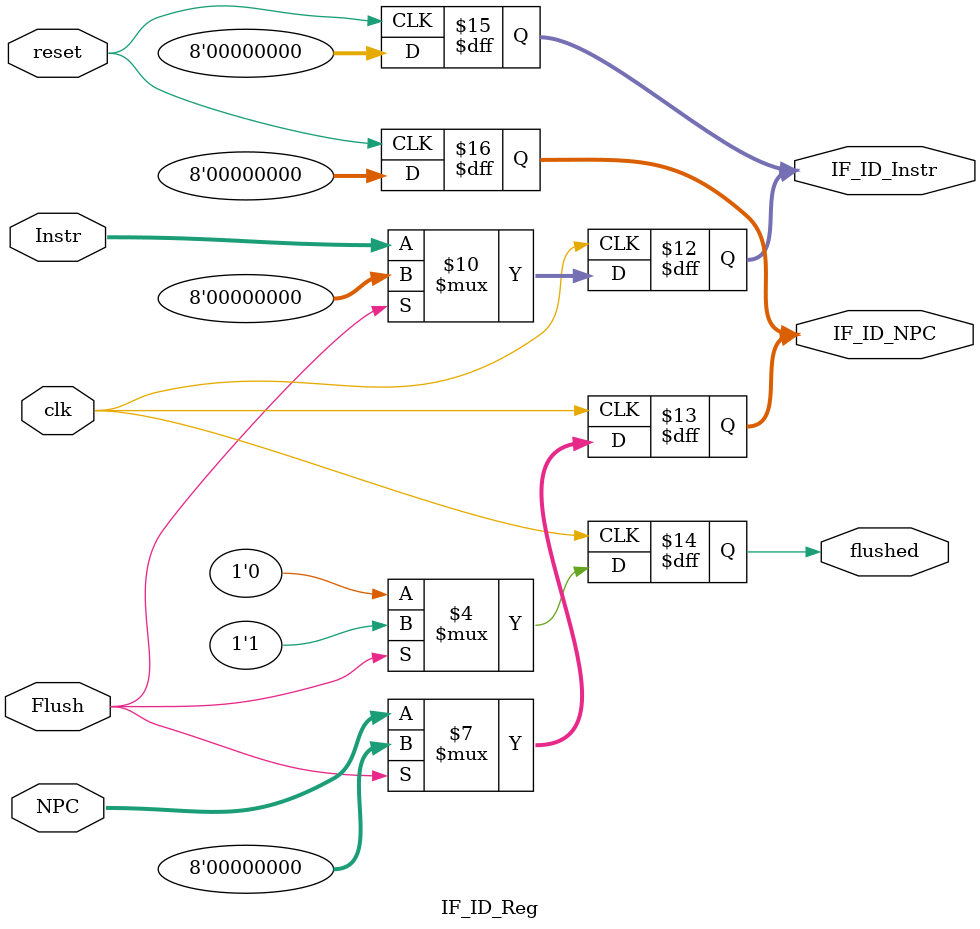
<source format=v>
`timescale 1ns / 1ps
module IF_ID_Reg(
    input clk,
    input reset,
	 input Flush,
    input [7:0] Instr,
    input [7:0] NPC,
    output reg [7:0] IF_ID_Instr,
    output reg [7:0] IF_ID_NPC,
	 output reg flushed
    );

always@(negedge reset)
begin
	IF_ID_Instr <= 0;
	IF_ID_NPC <= 0;
end

always@(posedge clk)
begin
	if(Flush) begin
		IF_ID_Instr <= 0;
		IF_ID_NPC <= 0;
		flushed <= 1;
	end
	else begin
		IF_ID_Instr <= Instr;
		IF_ID_NPC <= NPC;
		flushed <= 0;
	end
end

endmodule

</source>
